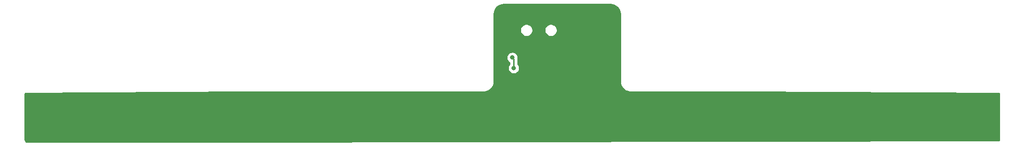
<source format=gbr>
G04 #@! TF.GenerationSoftware,KiCad,Pcbnew,(5.1.2)-2*
G04 #@! TF.CreationDate,2019-12-07T11:30:44-05:00*
G04 #@! TF.ProjectId,LEDsign,4c454473-6967-46e2-9e6b-696361645f70,rev?*
G04 #@! TF.SameCoordinates,Original*
G04 #@! TF.FileFunction,Copper,L2,Bot*
G04 #@! TF.FilePolarity,Positive*
%FSLAX46Y46*%
G04 Gerber Fmt 4.6, Leading zero omitted, Abs format (unit mm)*
G04 Created by KiCad (PCBNEW (5.1.2)-2) date 2019-12-07 11:30:44*
%MOMM*%
%LPD*%
G04 APERTURE LIST*
%ADD10C,0.800000*%
%ADD11C,0.250000*%
%ADD12C,0.254000*%
G04 APERTURE END LIST*
D10*
X210312000Y-76898500D03*
X234378500Y-76835000D03*
X226377500Y-76835000D03*
X218757500Y-76581000D03*
X202311000Y-76898500D03*
X194310000Y-76835000D03*
X186245500Y-76898500D03*
X178308000Y-76835000D03*
X170243500Y-76835000D03*
X162179000Y-76835000D03*
X154686000Y-76708000D03*
X146304000Y-76771500D03*
X138176000Y-76835000D03*
X130175000Y-76835000D03*
X122047000Y-76835000D03*
X114173000Y-76835000D03*
X106172000Y-76835000D03*
X97980500Y-76898500D03*
X89916000Y-76898500D03*
X81978500Y-76835000D03*
X73977500Y-76835000D03*
X65214500Y-76898500D03*
X141605000Y-74168000D03*
X133794500Y-74168000D03*
X125603000Y-74104500D03*
X117665500Y-74231500D03*
X109601000Y-74168000D03*
X101536500Y-74168000D03*
X93599000Y-74168000D03*
X85661500Y-74231500D03*
X77470000Y-74168000D03*
X69405500Y-74168000D03*
X238125000Y-74168000D03*
X229870000Y-74168000D03*
X221996000Y-74168000D03*
X213931500Y-74168000D03*
X205613000Y-74231500D03*
X197802500Y-74231500D03*
X189801500Y-74168000D03*
X181737000Y-74231500D03*
X173799500Y-74231500D03*
X165862000Y-74231500D03*
X157797500Y-74231500D03*
X149606000Y-74168000D03*
X150876000Y-57848500D03*
X163766500Y-57848500D03*
X163703000Y-63309500D03*
X150876000Y-63309500D03*
X169354500Y-60896500D03*
X167957500Y-66294000D03*
X169037000Y-66294000D03*
X163893500Y-68389500D03*
X152781000Y-72072500D03*
X157607000Y-65620900D03*
X170929300Y-69215000D03*
X166687500Y-69151500D03*
X165709600Y-71755000D03*
X152806400Y-67576700D03*
X152552400Y-65659000D03*
D11*
X152806400Y-65913000D02*
X152552400Y-65659000D01*
X152806400Y-67576700D02*
X152806400Y-65913000D01*
D12*
G36*
X173158910Y-71745955D02*
G01*
X173196117Y-71761901D01*
X173205253Y-71764729D01*
X173430671Y-71832786D01*
X173491560Y-71844842D01*
X173552299Y-71857753D01*
X173561811Y-71858753D01*
X173796155Y-71881731D01*
X173796169Y-71881731D01*
X173829325Y-71884998D01*
X194158424Y-71885858D01*
X240353672Y-72193621D01*
X240357701Y-72231954D01*
X240357700Y-80614795D01*
X240348478Y-80708846D01*
X240347967Y-80710537D01*
X100078211Y-80960662D01*
X65041518Y-80960001D01*
X64947454Y-80950778D01*
X64889213Y-80933194D01*
X64835500Y-80904635D01*
X64788354Y-80866183D01*
X64749577Y-80819310D01*
X64720642Y-80765796D01*
X64702651Y-80707677D01*
X64693000Y-80615855D01*
X64693000Y-72233005D01*
X64697284Y-72189317D01*
X104292562Y-71884738D01*
X147417142Y-71885000D01*
X147446584Y-71882100D01*
X147454006Y-71882152D01*
X147463525Y-71881219D01*
X147697703Y-71856606D01*
X147758501Y-71844125D01*
X147819506Y-71832488D01*
X147828662Y-71829723D01*
X148053599Y-71760093D01*
X148110817Y-71736041D01*
X148168396Y-71712777D01*
X148176841Y-71708287D01*
X148383969Y-71596293D01*
X148406569Y-71581049D01*
X173158910Y-71745955D01*
X173158910Y-71745955D01*
G37*
X173158910Y-71745955D02*
X173196117Y-71761901D01*
X173205253Y-71764729D01*
X173430671Y-71832786D01*
X173491560Y-71844842D01*
X173552299Y-71857753D01*
X173561811Y-71858753D01*
X173796155Y-71881731D01*
X173796169Y-71881731D01*
X173829325Y-71884998D01*
X194158424Y-71885858D01*
X240353672Y-72193621D01*
X240357701Y-72231954D01*
X240357700Y-80614795D01*
X240348478Y-80708846D01*
X240347967Y-80710537D01*
X100078211Y-80960662D01*
X65041518Y-80960001D01*
X64947454Y-80950778D01*
X64889213Y-80933194D01*
X64835500Y-80904635D01*
X64788354Y-80866183D01*
X64749577Y-80819310D01*
X64720642Y-80765796D01*
X64702651Y-80707677D01*
X64693000Y-80615855D01*
X64693000Y-72233005D01*
X64697284Y-72189317D01*
X104292562Y-71884738D01*
X147417142Y-71885000D01*
X147446584Y-71882100D01*
X147454006Y-71882152D01*
X147463525Y-71881219D01*
X147697703Y-71856606D01*
X147758501Y-71844125D01*
X147819506Y-71832488D01*
X147828662Y-71829723D01*
X148053599Y-71760093D01*
X148110817Y-71736041D01*
X148168396Y-71712777D01*
X148176841Y-71708287D01*
X148383969Y-71596293D01*
X148406569Y-71581049D01*
X173158910Y-71745955D01*
G36*
X170578500Y-56029632D02*
G01*
X170900738Y-56126921D01*
X171197944Y-56284949D01*
X171458795Y-56497695D01*
X171673354Y-56757052D01*
X171833451Y-57053144D01*
X171932988Y-57374697D01*
X171971500Y-57741111D01*
X171971501Y-70027147D01*
X171974400Y-70056579D01*
X171974348Y-70064006D01*
X171975281Y-70073525D01*
X171999894Y-70307703D01*
X172012375Y-70368501D01*
X172024012Y-70429506D01*
X172026777Y-70438662D01*
X172096407Y-70663599D01*
X172120459Y-70720817D01*
X172143723Y-70778396D01*
X172148213Y-70786841D01*
X172260207Y-70993969D01*
X172294931Y-71045449D01*
X172328920Y-71097390D01*
X172334965Y-71104802D01*
X172485058Y-71286233D01*
X172529095Y-71329964D01*
X172572550Y-71374338D01*
X172579919Y-71380434D01*
X172762393Y-71529256D01*
X172814111Y-71563617D01*
X172865331Y-71598688D01*
X172873744Y-71603238D01*
X173081650Y-71713783D01*
X173139030Y-71737434D01*
X173196117Y-71761901D01*
X173205253Y-71764729D01*
X173430671Y-71832786D01*
X173491560Y-71844842D01*
X173552299Y-71857753D01*
X173561811Y-71858753D01*
X173796155Y-71881731D01*
X173796169Y-71881731D01*
X173829325Y-71884998D01*
X178054000Y-71885177D01*
X178054000Y-72071540D01*
X147762536Y-71843355D01*
X147819506Y-71832488D01*
X147828662Y-71829723D01*
X148053599Y-71760093D01*
X148110817Y-71736041D01*
X148168396Y-71712777D01*
X148176841Y-71708287D01*
X148383969Y-71596293D01*
X148435449Y-71561569D01*
X148487390Y-71527580D01*
X148494802Y-71521535D01*
X148676233Y-71371442D01*
X148719964Y-71327405D01*
X148764338Y-71283950D01*
X148770434Y-71276581D01*
X148919256Y-71094107D01*
X148953617Y-71042389D01*
X148988688Y-70991169D01*
X148993238Y-70982756D01*
X149103783Y-70774850D01*
X149127434Y-70717470D01*
X149151901Y-70660383D01*
X149154729Y-70651247D01*
X149222786Y-70425829D01*
X149234842Y-70364940D01*
X149247753Y-70304201D01*
X149248753Y-70294689D01*
X149271731Y-70060345D01*
X149271731Y-70060337D01*
X149275000Y-70027147D01*
X149275000Y-65557061D01*
X151517400Y-65557061D01*
X151517400Y-65760939D01*
X151557174Y-65960898D01*
X151635195Y-66149256D01*
X151748463Y-66318774D01*
X151892626Y-66462937D01*
X152046401Y-66565686D01*
X152046400Y-66872989D01*
X152002463Y-66916926D01*
X151889195Y-67086444D01*
X151811174Y-67274802D01*
X151771400Y-67474761D01*
X151771400Y-67678639D01*
X151811174Y-67878598D01*
X151889195Y-68066956D01*
X152002463Y-68236474D01*
X152146626Y-68380637D01*
X152316144Y-68493905D01*
X152504502Y-68571926D01*
X152704461Y-68611700D01*
X152908339Y-68611700D01*
X153108298Y-68571926D01*
X153296656Y-68493905D01*
X153466174Y-68380637D01*
X153610337Y-68236474D01*
X153723605Y-68066956D01*
X153801626Y-67878598D01*
X153841400Y-67678639D01*
X153841400Y-67474761D01*
X153801626Y-67274802D01*
X153723605Y-67086444D01*
X153610337Y-66916926D01*
X153566400Y-66872989D01*
X153566400Y-65950322D01*
X153570076Y-65912999D01*
X153566400Y-65875676D01*
X153566400Y-65875667D01*
X153565797Y-65869545D01*
X153587400Y-65760939D01*
X153587400Y-65557061D01*
X153547626Y-65357102D01*
X153469605Y-65168744D01*
X153356337Y-64999226D01*
X153212174Y-64855063D01*
X153042656Y-64741795D01*
X152854298Y-64663774D01*
X152654339Y-64624000D01*
X152450461Y-64624000D01*
X152250502Y-64663774D01*
X152062144Y-64741795D01*
X151892626Y-64855063D01*
X151748463Y-64999226D01*
X151635195Y-65168744D01*
X151557174Y-65357102D01*
X151517400Y-65557061D01*
X149275000Y-65557061D01*
X149275000Y-60594212D01*
X153954500Y-60594212D01*
X153954500Y-60817788D01*
X153998117Y-61037067D01*
X154083676Y-61243624D01*
X154207888Y-61429520D01*
X154365980Y-61587612D01*
X154551876Y-61711824D01*
X154758433Y-61797383D01*
X154977712Y-61841000D01*
X155201288Y-61841000D01*
X155420567Y-61797383D01*
X155627124Y-61711824D01*
X155813020Y-61587612D01*
X155971112Y-61429520D01*
X156095324Y-61243624D01*
X156180883Y-61037067D01*
X156224500Y-60817788D01*
X156224500Y-60594212D01*
X158354500Y-60594212D01*
X158354500Y-60817788D01*
X158398117Y-61037067D01*
X158483676Y-61243624D01*
X158607888Y-61429520D01*
X158765980Y-61587612D01*
X158951876Y-61711824D01*
X159158433Y-61797383D01*
X159377712Y-61841000D01*
X159601288Y-61841000D01*
X159820567Y-61797383D01*
X160027124Y-61711824D01*
X160213020Y-61587612D01*
X160371112Y-61429520D01*
X160495324Y-61243624D01*
X160580883Y-61037067D01*
X160624500Y-60817788D01*
X160624500Y-60594212D01*
X160580883Y-60374933D01*
X160495324Y-60168376D01*
X160371112Y-59982480D01*
X160213020Y-59824388D01*
X160027124Y-59700176D01*
X159820567Y-59614617D01*
X159601288Y-59571000D01*
X159377712Y-59571000D01*
X159158433Y-59614617D01*
X158951876Y-59700176D01*
X158765980Y-59824388D01*
X158607888Y-59982480D01*
X158483676Y-60168376D01*
X158398117Y-60374933D01*
X158354500Y-60594212D01*
X156224500Y-60594212D01*
X156180883Y-60374933D01*
X156095324Y-60168376D01*
X155971112Y-59982480D01*
X155813020Y-59824388D01*
X155627124Y-59700176D01*
X155420567Y-59614617D01*
X155201288Y-59571000D01*
X154977712Y-59571000D01*
X154758433Y-59614617D01*
X154551876Y-59700176D01*
X154365980Y-59824388D01*
X154207888Y-59982480D01*
X154083676Y-60168376D01*
X153998117Y-60374933D01*
X153954500Y-60594212D01*
X149275000Y-60594212D01*
X149275000Y-57755004D01*
X149311132Y-57386500D01*
X149408421Y-57064262D01*
X149566449Y-56767056D01*
X149779195Y-56506205D01*
X150038552Y-56291646D01*
X150334644Y-56131549D01*
X150656197Y-56032012D01*
X151022611Y-55993500D01*
X170209996Y-55993500D01*
X170578500Y-56029632D01*
X170578500Y-56029632D01*
G37*
X170578500Y-56029632D02*
X170900738Y-56126921D01*
X171197944Y-56284949D01*
X171458795Y-56497695D01*
X171673354Y-56757052D01*
X171833451Y-57053144D01*
X171932988Y-57374697D01*
X171971500Y-57741111D01*
X171971501Y-70027147D01*
X171974400Y-70056579D01*
X171974348Y-70064006D01*
X171975281Y-70073525D01*
X171999894Y-70307703D01*
X172012375Y-70368501D01*
X172024012Y-70429506D01*
X172026777Y-70438662D01*
X172096407Y-70663599D01*
X172120459Y-70720817D01*
X172143723Y-70778396D01*
X172148213Y-70786841D01*
X172260207Y-70993969D01*
X172294931Y-71045449D01*
X172328920Y-71097390D01*
X172334965Y-71104802D01*
X172485058Y-71286233D01*
X172529095Y-71329964D01*
X172572550Y-71374338D01*
X172579919Y-71380434D01*
X172762393Y-71529256D01*
X172814111Y-71563617D01*
X172865331Y-71598688D01*
X172873744Y-71603238D01*
X173081650Y-71713783D01*
X173139030Y-71737434D01*
X173196117Y-71761901D01*
X173205253Y-71764729D01*
X173430671Y-71832786D01*
X173491560Y-71844842D01*
X173552299Y-71857753D01*
X173561811Y-71858753D01*
X173796155Y-71881731D01*
X173796169Y-71881731D01*
X173829325Y-71884998D01*
X178054000Y-71885177D01*
X178054000Y-72071540D01*
X147762536Y-71843355D01*
X147819506Y-71832488D01*
X147828662Y-71829723D01*
X148053599Y-71760093D01*
X148110817Y-71736041D01*
X148168396Y-71712777D01*
X148176841Y-71708287D01*
X148383969Y-71596293D01*
X148435449Y-71561569D01*
X148487390Y-71527580D01*
X148494802Y-71521535D01*
X148676233Y-71371442D01*
X148719964Y-71327405D01*
X148764338Y-71283950D01*
X148770434Y-71276581D01*
X148919256Y-71094107D01*
X148953617Y-71042389D01*
X148988688Y-70991169D01*
X148993238Y-70982756D01*
X149103783Y-70774850D01*
X149127434Y-70717470D01*
X149151901Y-70660383D01*
X149154729Y-70651247D01*
X149222786Y-70425829D01*
X149234842Y-70364940D01*
X149247753Y-70304201D01*
X149248753Y-70294689D01*
X149271731Y-70060345D01*
X149271731Y-70060337D01*
X149275000Y-70027147D01*
X149275000Y-65557061D01*
X151517400Y-65557061D01*
X151517400Y-65760939D01*
X151557174Y-65960898D01*
X151635195Y-66149256D01*
X151748463Y-66318774D01*
X151892626Y-66462937D01*
X152046401Y-66565686D01*
X152046400Y-66872989D01*
X152002463Y-66916926D01*
X151889195Y-67086444D01*
X151811174Y-67274802D01*
X151771400Y-67474761D01*
X151771400Y-67678639D01*
X151811174Y-67878598D01*
X151889195Y-68066956D01*
X152002463Y-68236474D01*
X152146626Y-68380637D01*
X152316144Y-68493905D01*
X152504502Y-68571926D01*
X152704461Y-68611700D01*
X152908339Y-68611700D01*
X153108298Y-68571926D01*
X153296656Y-68493905D01*
X153466174Y-68380637D01*
X153610337Y-68236474D01*
X153723605Y-68066956D01*
X153801626Y-67878598D01*
X153841400Y-67678639D01*
X153841400Y-67474761D01*
X153801626Y-67274802D01*
X153723605Y-67086444D01*
X153610337Y-66916926D01*
X153566400Y-66872989D01*
X153566400Y-65950322D01*
X153570076Y-65912999D01*
X153566400Y-65875676D01*
X153566400Y-65875667D01*
X153565797Y-65869545D01*
X153587400Y-65760939D01*
X153587400Y-65557061D01*
X153547626Y-65357102D01*
X153469605Y-65168744D01*
X153356337Y-64999226D01*
X153212174Y-64855063D01*
X153042656Y-64741795D01*
X152854298Y-64663774D01*
X152654339Y-64624000D01*
X152450461Y-64624000D01*
X152250502Y-64663774D01*
X152062144Y-64741795D01*
X151892626Y-64855063D01*
X151748463Y-64999226D01*
X151635195Y-65168744D01*
X151557174Y-65357102D01*
X151517400Y-65557061D01*
X149275000Y-65557061D01*
X149275000Y-60594212D01*
X153954500Y-60594212D01*
X153954500Y-60817788D01*
X153998117Y-61037067D01*
X154083676Y-61243624D01*
X154207888Y-61429520D01*
X154365980Y-61587612D01*
X154551876Y-61711824D01*
X154758433Y-61797383D01*
X154977712Y-61841000D01*
X155201288Y-61841000D01*
X155420567Y-61797383D01*
X155627124Y-61711824D01*
X155813020Y-61587612D01*
X155971112Y-61429520D01*
X156095324Y-61243624D01*
X156180883Y-61037067D01*
X156224500Y-60817788D01*
X156224500Y-60594212D01*
X158354500Y-60594212D01*
X158354500Y-60817788D01*
X158398117Y-61037067D01*
X158483676Y-61243624D01*
X158607888Y-61429520D01*
X158765980Y-61587612D01*
X158951876Y-61711824D01*
X159158433Y-61797383D01*
X159377712Y-61841000D01*
X159601288Y-61841000D01*
X159820567Y-61797383D01*
X160027124Y-61711824D01*
X160213020Y-61587612D01*
X160371112Y-61429520D01*
X160495324Y-61243624D01*
X160580883Y-61037067D01*
X160624500Y-60817788D01*
X160624500Y-60594212D01*
X160580883Y-60374933D01*
X160495324Y-60168376D01*
X160371112Y-59982480D01*
X160213020Y-59824388D01*
X160027124Y-59700176D01*
X159820567Y-59614617D01*
X159601288Y-59571000D01*
X159377712Y-59571000D01*
X159158433Y-59614617D01*
X158951876Y-59700176D01*
X158765980Y-59824388D01*
X158607888Y-59982480D01*
X158483676Y-60168376D01*
X158398117Y-60374933D01*
X158354500Y-60594212D01*
X156224500Y-60594212D01*
X156180883Y-60374933D01*
X156095324Y-60168376D01*
X155971112Y-59982480D01*
X155813020Y-59824388D01*
X155627124Y-59700176D01*
X155420567Y-59614617D01*
X155201288Y-59571000D01*
X154977712Y-59571000D01*
X154758433Y-59614617D01*
X154551876Y-59700176D01*
X154365980Y-59824388D01*
X154207888Y-59982480D01*
X154083676Y-60168376D01*
X153998117Y-60374933D01*
X153954500Y-60594212D01*
X149275000Y-60594212D01*
X149275000Y-57755004D01*
X149311132Y-57386500D01*
X149408421Y-57064262D01*
X149566449Y-56767056D01*
X149779195Y-56506205D01*
X150038552Y-56291646D01*
X150334644Y-56131549D01*
X150656197Y-56032012D01*
X151022611Y-55993500D01*
X170209996Y-55993500D01*
X170578500Y-56029632D01*
M02*

</source>
